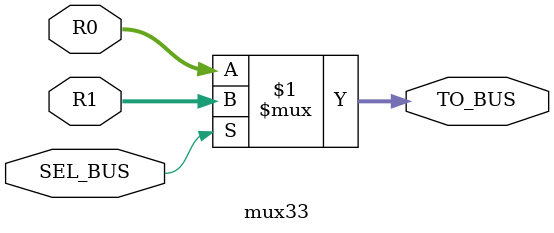
<source format=v>
module mux33(
	input[32:0] R0,
	input[32:0] R1,
	input SEL_BUS,
	output[32:0] TO_BUS
	);
	
	assign TO_BUS = SEL_BUS? R1:R0;

endmodule
</source>
